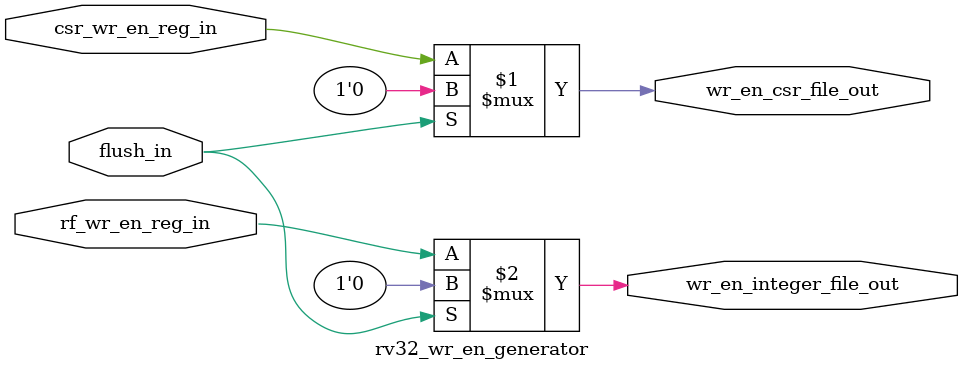
<source format=v>
module  rv32_wr_en_generator (
	input	flush_in,rf_wr_en_reg_in,csr_wr_en_reg_in,
	output	wr_en_integer_file_out, wr_en_csr_file_out
);
	assign wr_en_csr_file_out = (flush_in) ? 1'b0 : csr_wr_en_reg_in;
	assign wr_en_integer_file_out = (flush_in) ? 1'b0 : rf_wr_en_reg_in;


endmodule
</source>
